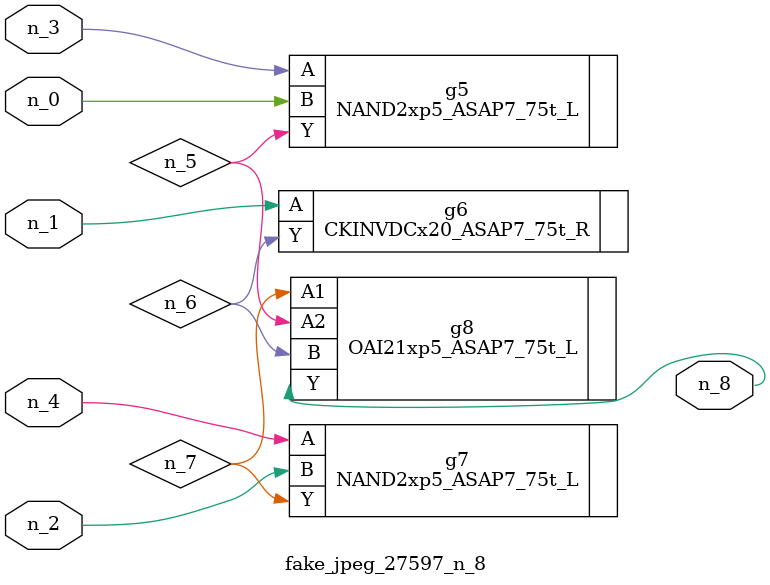
<source format=v>
module fake_jpeg_27597_n_8 (n_3, n_2, n_1, n_0, n_4, n_8);

input n_3;
input n_2;
input n_1;
input n_0;
input n_4;

output n_8;

wire n_6;
wire n_5;
wire n_7;

NAND2xp5_ASAP7_75t_L g5 ( 
.A(n_3),
.B(n_0),
.Y(n_5)
);

CKINVDCx20_ASAP7_75t_R g6 ( 
.A(n_1),
.Y(n_6)
);

NAND2xp5_ASAP7_75t_L g7 ( 
.A(n_4),
.B(n_2),
.Y(n_7)
);

OAI21xp5_ASAP7_75t_L g8 ( 
.A1(n_7),
.A2(n_5),
.B(n_6),
.Y(n_8)
);


endmodule
</source>
